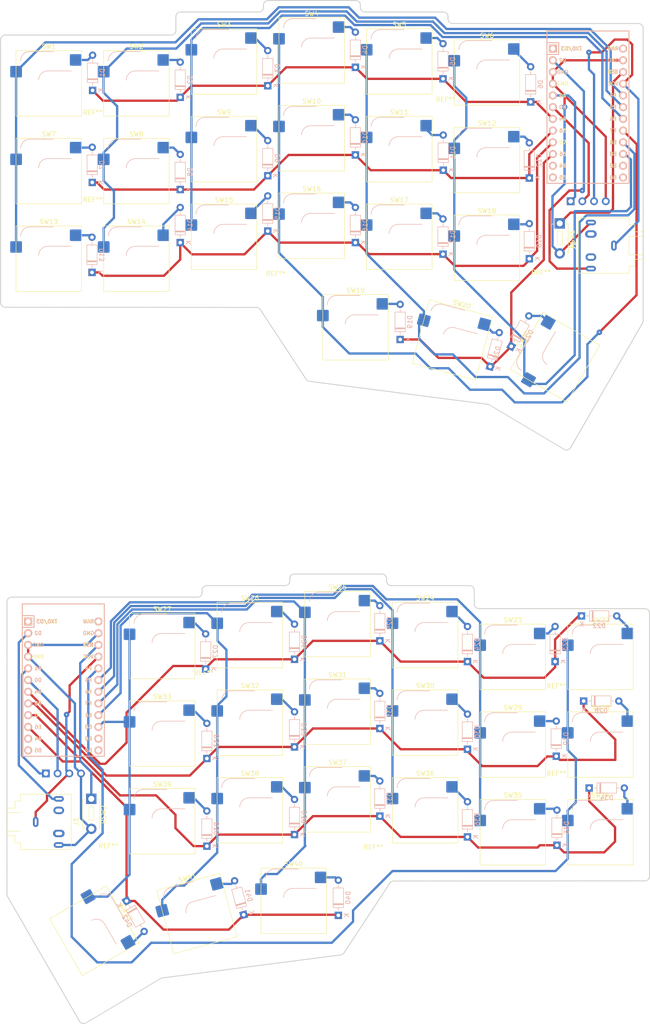
<source format=kicad_pcb>
(kicad_pcb (version 20240108) (generator "pcbnew") (generator_version "8.0")
  (layers (0 "F.Cu" signal) (31 "B.Cu" signal) (34 "B.Paste" user) (35 "F.Paste" user) (36 "B.SilkS" user "B.Silkscreen") (37 "F.SilkS" user "F.Silkscreen") (38 "B.Mask" user) (39 "F.Mask" user) (44 "Edge.Cuts" user))
  (net 0 "")
  (net 1 "VCC")
  (net 2 "SDA")
  (net 3 "GND")
  (net 4 "data")
  (net 5 "reset")
  (net 6 "Net-(D1-A)")
  (net 7 "col0")
  (net 8 "Net-(D2-A)")
  (net 9 "Net-(D3-A)")
  (net 10 "Net-(D4-A)")
  (net 11 "Net-(D5-A)")
  (net 12 "Net-(D6-A)")
  (net 13 "col1")
  (net 14 "Net-(D7-A)")
  (net 15 "Net-(D8-A)")
  (net 16 "Net-(D9-A)")
  (net 17 "Net-(D10-A)")
  (net 18 "Net-(D11-A)")
  (net 19 "Net-(D12-A)")
  (net 20 "col2")
  (net 21 "Net-(D13-A)")
  (net 22 "Net-(D14-A)")
  (net 23 "Net-(D15-A)")
  (net 24 "Net-(D16-A)")
  (net 25 "Net-(D17-A)")
  (net 26 "Net-(D18-A)")
  (net 27 "col3")
  (net 28 "Net-(D19-A)")
  (net 29 "Net-(D20-A)")
  (net 30 "Net-(D21-A)")
  (net 31 "Net-(D22-A)")
  (net 32 "Net-(D23-A)")
  (net 33 "Net-(D24-A)")
  (net 34 "Net-(D25-A)")
  (net 35 "Net-(D26-A)")
  (net 36 "col4")
  (net 37 "Net-(D27-A)")
  (net 38 "Net-(D28-A)")
  (net 39 "Net-(D29-A)")
  (net 40 "Net-(D30-A)")
  (net 41 "Net-(D31-A)")
  (net 42 "Net-(D32-A)")
  (net 43 "Net-(D33-A)")
  (net 44 "Net-(D34-A)")
  (net 45 "Net-(D35-A)")
  (net 46 "col5")
  (net 47 "Net-(D36-A)")
  (net 48 "Net-(D37-A)")
  (net 49 "Net-(D38-A)")
  (net 50 "Net-(D39-A)")
  (net 51 "Net-(D40-A)")
  (net 52 "Net-(D41-A)")
  (net 53 "Net-(D42-A)")
  (net 64 "row0")
  (net 65 "row1")
  (net 66 "row2")
  (net 67 "row3")
  (net 68 "LED")
  (net 69 "row0_r")
  (net 70 "row1_r")
  (net 71 "row2_r")
  (net 72 "row3_r")
  (net 73 "reset_r")
  (net 74 "col0_r")
  (net 75 "col1_r")
  (net 76 "col2_r")
  (net 77 "col3_r")
  (net 78 "col4_r")
  (net 79 "col5_r")
  (net 80 "SDA_r")
  (net 81 "LED_r")
  (net 82 "SCL_r")
  (net 83 "data_r")
  (net 84 "VCC_r")
  (net 85 "GND_r")
  (net 86 "SCL")
  (footprint "ScottoKeebs_Hotswap:Hotswap_MX_1.00u" (layer "F.Cu") (at 77.95 223.825 15)
    (property "Reference" "SW41")
    (property "Value" "SW_PUSH")
  )
  (footprint "ScottoKeebs_Hotswap:Hotswap_MX_1.00u" (layer "F.Cu") (at 108.45 161.075)
    (property "Reference" "SW25")
    (property "Value" "SW_PUSH")
  )
  (footprint "ScottoKeebs_Hotswap:Hotswap_MX_1.00u" (layer "F.Cu") (at 127.45 163.45)
    (property "Reference" "SW24")
    (property "Value" "SW_PUSH")
  )
  (footprint "ScottoKeebs_Hotswap:Hotswap_MX_1.00u" (layer "F.Cu") (at 45.845 43.876)
    (property "Reference" "SW1")
    (property "Value" "SW_PUSH")
  )
  (footprint "ScottoKeebs_Hotswap:Hotswap_MX_1.00u" (layer "F.Cu") (at 102.845 55.751)
    (property "Reference" "SW10")
    (property "Value" "SW_PUSH")
  )
  (footprint "ScottoKeebs_Hotswap:Hotswap_MX_1.00u" (layer "F.Cu") (at 83.845 58.126)
    (property "Reference" "SW9")
    (property "Value" "SW_PUSH")
  )
  (footprint "ScottoKeebs_Hotswap:Hotswap_MX_1.00u" (layer "F.Cu") (at 127.45 201.45)
    (property "Reference" "SW36")
    (property "Value" "SW_PUSH")
  )
  (footprint "MountingHole:MountingHole_2.2mm_M2" (layer "F.Cu") (at 55.372 53.38)
    (property "Reference" "REF**")
    (property "Value" "MountingHole_2.2mm_M2")
  )
  (footprint "MountingHole:MountingHole_2.2mm_M2" (layer "F.Cu") (at 155.915 196.669)
    (property "Reference" "REF**")
    (property "Value" "MountingHole_2.2mm_M2")
  )
  (footprint "ScottoKeebs_Hotswap:Hotswap_MX_1.00u" (layer "F.Cu") (at 64.845 81.876)
    (property "Reference" "SW14")
    (property "Value" "SW_PUSH")
  )
  (footprint "ScottoKeebs_Hotswap:Hotswap_MX_1.00u" (layer "F.Cu") (at 45.845 81.876)
    (property "Reference" "SW13")
    (property "Value" "SW_PUSH")
  )
  (footprint "ScottoKeebs_Hotswap:Hotswap_MX_1.00u" (layer "F.Cu") (at 146.45 168.2)
    (property "Reference" "SW23")
    (property "Value" "SW_PUSH")
  )
  (footprint "ScottoKeebs_Hotswap:Hotswap_MX_1.00u" (layer "F.Cu") (at 45.845 62.876)
    (property "Reference" "SW7")
    (property "Value" "SW_PUSH")
  )
  (footprint "Connector_Audio:Jack_3.5mm_CUI_SJ1-3525N_Horizontal" (layer "F.Cu") (at 168.372 79.03 90)
    (property "Reference" "J1")
    (property "Value" "AudioJack3")
  )
  (footprint "ScottoKeebs_Hotswap:Hotswap_MX_1.00u" (layer "F.Cu") (at 70.443 165.83)
    (property "Reference" "SW27")
    (property "Value" "SW_PUSH")
  )
  (footprint "ScottoKeebs_Hotswap:Hotswap_MX_1.00u" (layer "F.Cu") (at 83.845 39.126)
    (property "Reference" "SW3")
    (property "Value" "SW_PUSH")
  )
  (footprint "ScottoKeebs_Hotswap:Hotswap_MX_1.00u" (layer "F.Cu") (at 108.45 199.075)
    (property "Reference" "SW37")
    (property "Value" "SW_PUSH")
  )
  (footprint "MountingHole:MountingHole_2.2mm_M2" (layer "F.Cu") (at 55.372 72.28)
    (property "Reference" "REF**")
    (property "Value" "MountingHole_2.2mm_M2")
  )
  (footprint "ScottoKeebs_Hotswap:Hotswap_MX_1.00u" (layer "F.Cu") (at 64.845 43.876)
    (property "Reference" "SW2")
    (property "Value" "SW_PUSH")
  )
  (footprint "ScottoKeebs_Hotswap:Hotswap_MX_1.00u" (layer "F.Cu") (at 155.595 103.251 60)
    (property "Reference" "SW21")
    (property "Value" "SW_PUSH")
  )
  (footprint "Button_Switch_THT:SW_PUSH_1P1T_6x3.5mm_H4.3_APEM_MJTP1243" (layer "F.Cu") (at 55.065 198.969 -90)
    (property "Reference" "RSW2")
    (property "Value" "SW_PUSH")
  )
  (footprint "ScottoKeebs_Hotswap:Hotswap_MX_1.00u" (layer "F.Cu") (at 83.845 77.126)
    (property "Reference" "SW15")
    (property "Value" "SW_PUSH")
  )
  (footprint "Button_Switch_THT:SW_PUSH_1P1T_6x3.5mm_H4.3_APEM_MJTP1243" (layer "F.Cu") (at 156.622 74.23 -90)
    (property "Reference" "RSW1")
    (property "Value" "SW_PUSH")
  )
  (footprint "ScottoKeebs_Hotswap:Hotswap_MX_1.00u" (layer "F.Cu") (at 89.45 182.45)
    (property "Reference" "SW32")
    (property "Value" "SW_PUSH")
  )
  (footprint "ScottoKeebs_Hotswap:Hotswap_MX_1.00u" (layer "F.Cu") (at 121.845 77.126)
    (property "Reference" "SW17")
    (property "Value" "SW_PUSH")
  )
  (footprint "ScottoKeebs_Hotswap:Hotswap_MX_1.00u" (layer "F.Cu") (at 165.45 206.2)
    (property "Reference" "SW34")
    (property "Value" "SW_PUSH")
  )
  (footprint "ScottoKeebs_Hotswap:Hotswap_MX_1.00u" (layer "F.Cu") (at 140.845 60.501)
    (property "Reference" "SW12")
    (property "Value" "SW_PUSH")
  )
  (footprint "ScottoKeebs_Hotswap:Hotswap_MX_1.00u" (layer "F.Cu") (at 127.45 182.45)
    (property "Reference" "SW30")
    (property "Value" "SW_PUSH")
  )
  (footprint "MountingHole:MountingHole_2.2mm_M2" (layer "F.Cu") (at 95.072 88.33)
    (property "Reference" "REF**")
    (property "Value" "MountingHole_2.2mm_M2")
  )
  (footprint "MountingHole:MountingHole_2.2mm_M2" (layer "F.Cu") (at 152.572 88.03)
    (property "Reference" "REF**")
    (property "Value" "MountingHole_2.2mm_M2")
  )
  (footprint "ScottoKeebs_Hotswap:Hotswap_MX_1.00u" (layer "F.Cu") (at 89.45 163.45)
    (property "Reference" "SW26")
    (property "Value" "SW_PUSH")
  )
  (footprint "ScottoKeebs_MCU:Arduino_Pro_Micro" (layer "F.Cu") (at 162.742 50.3)
    (property "Reference" "U1" (hide yes))
    (property "Value" "ProMicro" (hide yes))
  )
  (footprint "MountingHole:MountingHole_2.2mm_M2" (layer "F.Cu") (at 131.872 50.58)
    (property "Reference" "REF**")
    (property "Value" "MountingHole_2.2mm_M2")
  )
  (footprint "ScottoKeebs_Hotswap:Hotswap_MX_1.00u" (layer "F.Cu") (at 165.45 187.2)
    (property "Reference" "SW28")
    (property "Value" "SW_PUSH")
  )
  (footprint "ScottoKeebs_Hotswap:Hotswap_MX_1.00u" (layer "F.Cu") (at 70.45 184.825)
    (property "Reference" "SW33")
    (property "Value" "SW_PUSH")
  )
  (footprint "ScottoKeebs_Hotswap:Hotswap_MX_1.00u" (layer "F.Cu") (at 55.7 227.575 -60)
    (property "Reference" "SW42")
    (property "Value" "SW_PUSH")
  )
  (footprint "ScottoKeebs_Hotswap:Hotswap_MX_1.00u" (layer "F.Cu") (at 98.95 221.075)
    (property "Reference" "SW40")
    (property "Value" "SW_PUSH")
  )
  (footprint "ScottoKeebs_MCU:Arduino_Pro_Micro" (layer "F.Cu") (at 48.995 174.489)
    (property "Reference" "U2" (hide yes))
    (property "Value" "ProMicro" (hide yes))
  )
  (footprint "ScottoKeebs_Hotswap:Hotswap_MX_1.00u" (layer "F.Cu") (at 108.45 180.075)
    (property "Reference" "SW31")
    (property "Value" "SW_PUSH")
  )
  (footprint "ScottoKeebs_Hotswap:Hotswap_MX_1.00u" (layer "F.Cu") (at 70.45 203.825)
    (property "Reference" "SW39")
    (property "Value" "SW_PUSH")
  )
  (footprint "Connector_Audio:Jack_3.5mm_CUI_SJ1-3525N_Horizontal" (layer "F.Cu") (at 43.015 203.969 -90)
    (property "Reference" "J3")
    (property "Value" "AudioJack3")
  )
  (footprint "ScottoKeebs_Hotswap:Hotswap_MX_1.00u" (layer "F.Cu") (at 112.345 96.751)
    (property "Reference" "SW19")
    (property "Value" "SW_PUSH")
  )
  (footprint "ScottoKeebs_Hotswap:Hotswap_MX_1.00u" (layer "F.Cu") (at 140.845 79.501)
    (property "Reference" "SW18")
    (property "Value" "SW_PUSH")
  )
  (footprint "ScottoKeebs_Hotswap:Hotswap_MX_1.00u" (layer "F.Cu") (at 102.845 36.751)
    (property "Reference" "SW4")
    (property "Value" "SW_PUSH")
  )
  (footprint "ScottoKeebs_Hotswap:Hotswap_MX_1.00u" (layer "F.Cu") (at 165.45 168.2)
    (property "Reference" "SW22")
    (property "Value" "SW_PUSH")
  )
  (footprint "ScottoKeebs_Hotswap:Hotswap_MX_1.00u" (layer "F.Cu") (at 146.45 206.2)
    (property "Reference" "SW35")
    (property "Value" "SW_PUSH")
  )
  (footprint "MountingHole:MountingHole_2.2mm_M2" (layer "F.Cu") (at 116.215 212.669)
    (property "Reference" "REF**")
    (property "Value" "MountingHole_2.2mm_M2")
  )
  (footprint "ScottoKeebs_Hotswap:Hotswap_MX_1.00u" (layer "F.Cu") (at 89.45 201.45)
    (property "Reference" "SW38")
    (property "Value" "SW_PUSH")
  )
  (footprint "ScottoKeebs_Hotswap:Hotswap_MX_1.00u" (layer "F.Cu") (at 146.45 187.2)
    (property "Reference" "SW29")
    (property "Value" "SW_PUSH")
  )
  (footprint "ScottoKeebs_Hotswap:Hotswap_MX_1.00u" (layer "F.Cu") (at 121.845 58.126)
    (property "Reference" "SW11")
    (property "Value" "SW_PUSH")
  )
  (footprint "ScottoKeebs_Hotswap:Hotswap_MX_1.00u" (layer "F.Cu") (at 102.845 74.751)
    (property "Reference" "SW16")
    (property "Value" "SW_PUSH")
  )
  (footprint "ScottoKeebs_Hotswap:Hotswap_MX_1.00u" (layer "F.Cu") (at 64.845 62.876)
    (property "Reference" "SW8")
    (property "Value" "SW_PUSH")
  )
  (footprint "MountingHole:MountingHole_2.2mm_M2" (layer "F.Cu") (at 58.765 212.369)
    (property "Reference" "REF**")
    (property "Value" "MountingHole_2.2mm_M2")
  )
  (footprint "MountingHole:MountingHole_2.2mm_M2" (layer "F.Cu") (at 155.915 177.719)
    (property "Reference" "REF**")
    (property "Value" "MountingHole_2.2mm_M2")
  )
  (footprint "MountingHole:MountingHole_2.2mm_M2" (layer "F.Cu") (at 79.465 174.869)
    (property "Reference" "REF**")
    (property "Value" "MountingHole_2.2mm_M2")
  )
  (footprint "ScottoKeebs_Hotswap:Hotswap_MX_1.00u" (layer "F.Cu") (at 121.845 39.126)
    (property "Reference" "SW5")
    (property "Value" "SW_PUSH")
  )
  (footprint "ScottoKeebs_Hotswap:Hotswap_MX_1.00u" (layer "F.Cu") (at 140.845 41.501)
    (property "Reference" "SW6")
    (property "Value" "SW_PUSH")
  )
  (footprint "ScottoKeebs_Hotswap:Hotswap_MX_1.00u" (layer "F.Cu") (at 133.345 99.501 -15)
    (property "Reference" "SW20")
    (property "Value" "SW_PUSH")
  )
  (footprint "Diode_THT:D_DO-35_SOD27_P7.62mm_Horizontal" (layer "B.Cu") (at 117.62 164.719 90)
    (property "Reference" "D25")
    (property "Value" "D")
  )
  (footprint "Diode_THT:D_DO-35_SOD27_P7.62mm_Horizontal" (layer "B.Cu") (at 146.117 100.879557 60)
    (property "Reference" "D21")
    (property "Value" "D")
  )
  (footprint "Diode_THT:D_DO-35_SOD27_P7.62mm_Horizontal" (layer "B.Cu") (at 93.318 44.39 90)
    (property "Reference" "D3")
    (property "Value" "D")
  )
  (footprint "Diode_THT:D_DO-35_SOD27_P7.62mm_Horizontal" (layer "B.Cu") (at 150.318 47.89 90)
    (property "Reference" "D6")
    (property "Value" "D")
  )
  (footprint "Diode_THT:D_DO-35_SOD27_P7.62mm_Horizontal" (layer "B.Cu") (at 155.865 189.729 90)
    (property "Reference" "D29")
    (property "Value" "D")
  )
  (footprint "Diode_THT:D_DO-35_SOD27_P7.62mm_Horizontal" (layer "B.Cu") (at 155.62 169.219 90)
    (property "Reference" "D23")
    (property "Value" "D")
  )
  (footprint "Diode_THT:D_DO-35_SOD27_P7.62mm_Horizontal" (layer "B.Cu") (at 122.022 99.39 90)
    (property "Reference" "D19")
    (property "Value" "D")
  )
  (footprint "Diode_THT:D_DO-35_SOD27_P7.62mm_Horizontal" (layer "B.Cu") (at 131.318 80.89 90)
    (property "Reference" "D17")
    (property "Value" "D")
  )
  (footprint "Diode_THT:D_DO-35_SOD27_P7.62mm_Horizontal" (layer "B.Cu") (at 117.62 183.719 90)
    (property "Reference" "D31")
    (property "Value" "D")
  )
  (footprint "Diode_THT:D_DO-35_SOD27_P7.62mm_Horizontal" (layer "B.Cu") (at 74.345 66.89 90)
    (property "Reference" "D8")
    (property "Value" "D")
  )
  (footprint "Diode_THT:D_DO-35_SOD27_P7.62mm_Horizontal" (layer "B.Cu") (at 80.12 190.219 90)
    (property "Reference" "D33")
    (property "Value" "D")
  )
  (footprint "Diode_THT:D_DO-35_SOD27_P7.62mm_Horizontal" (layer "B.Cu") (at 136.62 188.219 90)
    (property "Reference" "D30")
    (property "Value" "D")
  )
  (footprint "Diode_THT:D_DO-35_SOD27_P7.62mm_Horizontal" (layer "B.Cu") (at 150.022 81.89 90)
    (property "Reference" "D18")
    (property "Value" "D")
  )
  (footprint "Diode_THT:D_DO-35_SOD27_P7.62mm_Horizontal" (layer "B.Cu") (at 55.272 65.34 90)
    (property "Reference" "D7")
    (property "Value" "D")
  )
  (footprint "Diode_THT:D_DO-35_SOD27_P7.62mm_Horizontal" (layer "B.Cu") (at 88.1061 224.089177 105)
    (property "Reference" "D41")
    (property "Value" "D")
  )
  (footprint "Diode_THT:D_DO-35_SOD27_P7.62mm_Horizontal" (layer "B.Cu") (at 55.222 84.85 90)
    (property "Reference" "D13")
    (property "Value" "D")
  )
  (footprint "Diode_THT:D_DO-35_SOD27_P7.62mm_Horizontal" (layer "B.Cu") (at 93.318 63.89 90)
    (property "Reference" "D9")
    (property "Value" "D")
  )
  (footprint "Diode_THT:D_DO-35_SOD27_P7.62mm_Horizontal" (layer "B.Cu") (at 136.62 169.219 90)
    (property "Reference" "D24")
    (property "Value" "D")
  )
  (footprint "Diode_THT:D_DO-35_SOD27_P7.62mm_Horizontal" (layer "B.Cu") (at 131.372 62.7 90)
    (property "Reference" "D11")
    (property "Value" "D")
  )
  (footprint "Diode_THT:D_DO-35_SOD27_P7.62mm_Horizontal" (layer "B.Cu") (at 156.015 209.029 90)
    (property "Reference" "D35")
    (property "Value" "D")
  )
  (footprint "Diode_THT:D_DO-35_SOD27_P7.62mm_Horizontal" (layer "B.Cu") (at 74.345 46.89 90)
    (property "Reference" "D2")
    (property "Value" "D")
  )
  (footprint "Diode_THT:D_DO-35_SOD27_P7.62mm_Horizontal" (layer "B.Cu") (at 55.345 45.39 90)
    (property "Reference" "D1")
    (property "Value" "D")
  )
  (footprint "Diode_THT:D_DO-35_SOD27_P7.62mm_Horizontal" (layer "B.Cu") (at 99.12 187.719 90)
    (property "Reference" "D32")
    (property "Value" "D")
  )
  (footprint "Diode_THT:D_DO-35_SOD27_P7.62mm_Horizontal" (layer "B.Cu") (at 99.12 168.719 90)
    (property "Reference" "D26")
    (property "Value" "D")
  )
  (footprint "Diode_THT:D_DO-35_SOD27_P7.62mm_Horizontal" (layer "B.Cu") (at 112.318 59.39 90)
    (property "Reference" "D10")
    (property "Value" "D")
  )
  (footprint "Diode_THT:D_DO-35_SOD27_P7.62mm_Horizontal" (layer "B.Cu") (at 112.318 40.39 90)
    (property "Reference" "D4")
    (property "Value" "D")
  )
  (footprint "ScottoKeebs_Components:OLED_128x32" (layer "B.Cu") (at 168.782 71.03 90)
    (property "Reference" "J2" (hide yes))
    (property "Value" "OLED")
  )
  (footprint "Diode_THT:D_DO-35_SOD27_P7.62mm_Horizontal" (layer "B.Cu") (at 161.805 177.769)
    (property "Reference" "D28")
    (property "Value" "D")
  )
  (footprint "Diode_THT:D_DO-35_SOD27_P7.62mm_Horizontal" (layer "B.Cu") (at 112.318 78.39 90)
    (property "Reference" "D16")
    (property "Value" "D")
  )
  (footprint "Diode_THT:D_DO-35_SOD27_P7.62mm_Horizontal" (layer "B.Cu") (at 150.022 64.39 90)
    (property "Reference" "D12")
    (property "Value" "D")
  )
  (footprint "Diode_THT:D_DO-35_SOD27_P7.62mm_Horizontal" (layer "B.Cu") (at 131.318 42.89 90)
    (property "Reference" "D5")
    (property "Value" "D")
  )
  (footprint "Diode_THT:D_DO-35_SOD27_P7.62mm_Horizontal" (layer "B.Cu") (at 99.12 206.719 90)
    (property "Reference" "D38")
    (property "Value" "D")
  )
  (footprint "Diode_THT:D_DO-35_SOD27_P7.62mm_Horizontal" (layer "B.Cu") (at 141.5359 105.260178 75)
    (property "Reference" "D20")
    (property "Value" "D")
  )
  (footprint "Diode_THT:D_DO-35_SOD27_P7.62mm_Horizontal" (layer "B.Cu") (at 117.62 202.719 90)
    (property "Reference" "D37")
    (property "Value" "D")
  )
  (footprint "Diode_THT:D_DO-35_SOD27_P7.62mm_Horizontal" (layer "B.Cu") (at 136.62 207.219 90)
    (property "Reference" "D36")
    (property "Value" "D")
  )
  (footprint "Diode_THT:D_DO-35_SOD27_P7.62mm_Horizontal" (layer "B.Cu") (at 163.005 196.619)
    (property "Reference" "D34")
    (property "Value" "D")
  )
  (footprint "Diode_THT:D_DO-35_SOD27_P7.62mm_Horizontal" (layer "B.Cu") (at 108.62 224.219 90)
    (property "Reference" "D40")
    (property "Value" "D")
  )
  (footprint "Diode_THT:D_DO-35_SOD27_P7.62mm_Horizontal" (layer "B.Cu") (at 93.318 75.89 90)
    (property "Reference" "D15")
    (property "Value" "D")
  )
  (footprint "ScottoKeebs_Components:OLED_128x32" (layer "B.Cu") (at 55.015 195.069 90)
    (property "Reference" "J4" (hide yes))
    (property "Value" "OLED")
  )
  (footprint "Diode_THT:D_DO-35_SOD27_P7.62mm_Horizontal" (layer "B.Cu") (at 62.715 221.109444 -60)
    (property "Reference" "D42")
    (property "Value" "D")
  )
  (footprint "Diode_THT:D_DO-35_SOD27_P7.62mm_Horizontal" (layer "B.Cu") (at 80.12 209.219 90)
    (property "Reference" "D39")
    (property "Value" "D")
  )
  (footprint "Diode_THT:D_DO-35_SOD27_P7.62mm_Horizontal" (layer "B.Cu") (at 79.865 170.829 90)
    (property "Reference" "D27")
    (property "Value" "D")
  )
  (footprint "Diode_THT:D_DO-35_SOD27_P7.62mm_Horizontal" (layer "B.Cu") (at 74.345 78.39 90)
    (property "Reference" "D14")
    (property "Value" "D")
  )
  (footprint "Diode_THT:D_DO-35_SOD27_P7.62mm_Horizontal" (layer "B.Cu") (at 161.355 159.319)
    (property "Reference" "D22")
    (property "Value" "D")
  )
  (gr_line (start 174.700148 31.91005) (end 174.715879 95.311552) (stroke (width 0.2)) (layer "Edge.Cuts"))
  (gr_line (start 140.999466 113.441672) (end 102.355038 108.458688) (stroke (width 0.2)) (layer "Edge.Cuts"))
  (gr_arc (start 92.399898 27.4) (mid 92.107005 28.107107) (end 91.399898 28.4) (stroke (width 0.2)) (layer "Edge.Cuts"))
  (gr_line (start 90.861212 92.439615) (end 36.399184 92.400714) (stroke (width 0.2)) (layer "Edge.Cuts"))
  (gr_line (start 139.092891 157.742893) (end 175.092891 157.742893) (stroke (width 0.2)) (layer "Edge.Cuts"))
  (gr_arc (start 102.355038 108.458688) (mid 101.950977 108.313624) (end 101.644969 108.012506) (stroke (width 0.2)) (layer "Edge.Cuts"))
  (gr_line (start 120.092891 152.742893) (end 137.092891 152.742893) (stroke (width 0.2)) (layer "Edge.Cuts"))
  (gr_line (start 138.092891 153.742893) (end 138.092891 156.742893) (stroke (width 0.2)) (layer "Edge.Cuts"))
  (gr_line (start 176.092891 158.742893) (end 176.092891 215.738695) (stroke (width 0.2)) (layer "Edge.Cuts"))
  (gr_arc (start 53.89739 247.550994) (mid 53.133817 247.658861) (end 52.520535 247.191353) (stroke (width 0.2)) (layer "Edge.Cuts"))
  (gr_arc (start 131.399898 28.4) (mid 132.107005 28.692893) (end 132.399898 29.4) (stroke (width 0.2)) (layer "Edge.Cuts"))
  (gr_line (start 70.115533 237.913587) (end 53.89739 247.550994) (stroke (width 0.2)) (layer "Edge.Cuts"))
  (gr_arc (start 114.399898 28.4) (mid 113.692791 28.107107) (end 113.399898 27.4) (stroke (width 0.2)) (layer "Edge.Cuts"))
  (gr_arc (start 36.792641 156.252943) (mid 37.082035 155.539374) (end 37.792691 155.242893) (stroke (width 0.2)) (layer "Edge.Cuts"))
  (gr_arc (start 118.092891 150.242893) (mid 118.799998 150.535786) (end 119.092891 151.242893) (stroke (width 0.2)) (layer "Edge.Cuts"))
  (gr_arc (start 119.799141 217.229391) (mid 120.159254 216.90144) (end 120.631577 216.782508) (stroke (width 0.2)) (layer "Edge.Cuts"))
  (gr_arc (start 109.84782 232.355399) (mid 109.541814 232.656515) (end 109.137751 232.801581) (stroke (width 0.2)) (layer "Edge.Cuts"))
  (gr_arc (start 36.399184 92.400714) (mid 35.6908 92.10583) (end 35.399898 91.395802) (stroke (width 0.2)) (layer "Edge.Cuts"))
  (gr_line (start 92.399898 27.4) (end 92.399898 26.9) (stroke (width 0.2)) (layer "Edge.Cuts"))
  (gr_arc (start 137.092891 152.742893) (mid 137.799998 153.035786) (end 138.092891 153.742893) (stroke (width 0.2)) (layer "Edge.Cuts"))
  (gr_arc (start 73.399898 32.4) (mid 73.107005 33.107107) (end 72.399898 33.4) (stroke (width 0.2)) (layer "Edge.Cuts"))
  (gr_line (start 133.399898 30.9) (end 173.700098 30.9) (stroke (width 0.2)) (layer "Edge.Cuts"))
  (gr_line (start 36.399898 33.4) (end 72.399898 33.4) (stroke (width 0.2)) (layer "Edge.Cuts"))
  (gr_line (start 37.792691 155.242893) (end 78.092891 155.242893) (stroke (width 0.2)) (layer "Edge.Cuts"))
  (gr_arc (start 92.399898 26.9) (mid 92.692791 26.192893) (end 93.399898 25.9) (stroke (width 0.2)) (layer "Edge.Cuts"))
  (gr_line (start 157.595399 123.208101) (end 141.377256 113.570694) (stroke (width 0.2)) (layer "Edge.Cuts"))
  (gr_arc (start 79.092891 153.742893) (mid 79.385784 153.035786) (end 80.092891 152.742893) (stroke (width 0.2)) (layer "Edge.Cuts"))
  (gr_arc (start 70.115533 237.913587) (mid 70.297926 237.830038) (end 70.493323 237.784565) (stroke (width 0.2)) (layer "Edge.Cuts"))
  (gr_arc (start 36.910884 220.154645) (mid 36.810968 219.913366) (end 36.77691 219.654445) (stroke (width 0.2)) (layer "Edge.Cuts"))
  (gr_arc (start 112.399898 25.9) (mid 113.107005 26.192893) (end 113.399898 26.9) (stroke (width 0.2)) (layer "Edge.Cuts"))
  (gr_line (start 73.399898 32.4) (end 73.399898 29.4) (stroke (width 0.2)) (layer "Edge.Cuts"))
  (gr_line (start 101.644969 108.012506) (end 91.693648 92.886498) (stroke (width 0.2)) (layer "Edge.Cuts"))
  (gr_line (start 74.399898 28.4) (end 91.399898 28.4) (stroke (width 0.2)) (layer "Edge.Cuts"))
  (gr_arc (start 79.092891 154.242893) (mid 78.799998 154.95) (end 78.092891 155.242893) (stroke (width 0.2)) (layer "Edge.Cuts"))
  (gr_line (start 109.137751 232.801581) (end 70.493323 237.784565) (stroke (width 0.2)) (layer "Edge.Cuts"))
  (gr_line (start 175.093605 216.743607) (end 120.631577 216.782508) (stroke (width 0.2)) (layer "Edge.Cuts"))
  (gr_arc (start 35.399898 34.4) (mid 35.692791 33.692893) (end 36.399898 33.4) (stroke (width 0.2)) (layer "Edge.Cuts"))
  (gr_line (start 174.581905 95.811752) (end 158.972254 122.84846) (stroke (width 0.2)) (layer "Edge.Cuts"))
  (gr_line (start 119.799141 217.229391) (end 109.84782 232.355399) (stroke (width 0.2)) (layer "Edge.Cuts"))
  (gr_arc (start 140.999466 113.441672) (mid 141.194864 113.487145) (end 141.377256 113.570694) (stroke (width 0.2)) (layer "Edge.Cuts"))
  (gr_line (start 132.399898 29.4) (end 132.399898 29.9) (stroke (width 0.2)) (layer "Edge.Cuts"))
  (gr_arc (start 173.700098 30.9) (mid 174.410755 31.196478) (end 174.700148 31.91005) (stroke (width 0.2)) (layer "Edge.Cuts"))
  (gr_arc (start 90.861212 92.439615) (mid 91.33354 92.55855) (end 91.693648 92.886498) (stroke (width 0.2)) (layer "Edge.Cuts"))
  (gr_line (start 36.77691 219.654445) (end 36.792641 156.252943) (stroke (width 0.2)) (layer "Edge.Cuts"))
  (gr_line (start 119.092891 151.242893) (end 119.092891 151.742893) (stroke (width 0.2)) (layer "Edge.Cuts"))
  (gr_line (start 80.092891 152.742893) (end 97.092891 152.742893) (stroke (width 0.2)) (layer "Edge.Cuts"))
  (gr_line (start 114.399898 28.4) (end 131.399898 28.4) (stroke (width 0.2)) (layer "Edge.Cuts"))
  (gr_line (start 52.520535 247.191353) (end 36.910884 220.154645) (stroke (width 0.2)) (layer "Edge.Cuts"))
  (gr_arc (start 133.399898 30.9) (mid 132.692791 30.607107) (end 132.399898 29.9) (stroke (width 0.2)) (layer "Edge.Cuts"))
  (gr_arc (start 98.092891 151.742893) (mid 97.799998 152.45) (end 97.092891 152.742893) (stroke (width 0.2)) (layer "Edge.Cuts"))
  (gr_line (start 98.092891 151.742893) (end 98.092891 151.242893) (stroke (width 0.2)) (layer "Edge.Cuts"))
  (gr_arc (start 174.715879 95.311552) (mid 174.681833 95.570474) (end 174.581905 95.811752) (stroke (width 0.2)) (layer "Edge.Cuts"))
  (gr_arc (start 139.092891 157.742893) (mid 138.385784 157.45) (end 138.092891 156.742893) (stroke (width 0.2)) (layer "Edge.Cuts"))
  (gr_line (start 113.399898 26.9) (end 113.399898 27.4) (stroke (width 0.2)) (layer "Edge.Cuts"))
  (gr_arc (start 176.092891 215.738695) (mid 175.801989 216.448724) (end 175.093605 216.743607) (stroke (width 0.2)) (layer "Edge.Cuts"))
  (gr_line (start 99.092891 150.242893) (end 118.092891 150.242893) (stroke (width 0.2)) (layer "Edge.Cuts"))
  (gr_arc (start 175.092891 157.742893) (mid 175.799998 158.035786) (end 176.092891 158.742893) (stroke (width 0.2)) (layer "Edge.Cuts"))
  (gr_arc (start 120.092891 152.742893) (mid 119.385784 152.45) (end 119.092891 151.742893) (stroke (width 0.2)) (layer "Edge.Cuts"))
  (gr_arc (start 158.972254 122.84846) (mid 158.358981 123.315966) (end 157.595399 123.208101) (stroke (width 0.2)) (layer "Edge.Cuts"))
  (gr_line (start 35.399898 91.395802) (end 35.399898 34.4) (stroke (width 0.2)) (layer "Edge.Cuts"))
  (gr_arc (start 98.092891 151.242893) (mid 98.385784 150.535786) (end 99.092891 150.242893) (stroke (width 0.2)) (layer "Edge.Cuts"))
  (gr_line (start 93.399898 25.9) (end 112.399898 25.9) (stroke (width 0.2)) (layer "Edge.Cuts"))
  (gr_line (start 79.092891 154.242893) (end 79.092891 153.742893) (stroke (width 0.2)) (layer "Edge.Cuts"))
  (gr_arc (start 73.399898 29.4) (mid 73.692791 28.692893) (end 74.399898 28.4) (stroke (width 0.2)) (layer "Edge.Cuts"))
  (segment (start 162.95 37.15) (end 165.752 37.15) (width 0.5) (layer "F.Cu") (net 1))
  (segment (start 168.522 34.38) (end 171.272 34.38) (width 0.5) (layer "F.Cu") (net 1))
  (segment (start 172.322 35.43) (end 172.322 41.99) (width 0.5) (layer "F.Cu") (net 1))
  (segment (start 172.322 41.99) (end 170.362 43.95) (width 0.5) (layer "F.Cu") (net 1))
  (segment (start 165.752 37.15) (end 168.522 34.38) (width 0.5) (layer "F.Cu") (net 1))
  (segment (start 171.272 34.38) (end 172.322 35.43) (width 0.5) (layer "F.Cu") (net 1))
  (via (at 162.95 37.15) (size 1.2) (drill 0.3) (layers "F.Cu" "B.Cu") (net 1))
  (segment (start 162.95 37.15) (end 162.95 40.85) (width 0.5) (layer "B.Cu") (net 1))
  (segment (start 173.672 47.26) (end 170.362 43.95) (width 0.5) (layer "B.Cu") (net 1))
  (segment (start 168.372 79.03) (end 173.672 73.73) (width 0.5) (layer "B.Cu") (net 1))
  (segment (start 164.062 41.962) (end 164.062 69.43) (width 0.5) (layer "B.Cu") (net 1))
  (segment (start 173.672 73.73) (end 173.672 47.26) (width 0.5) (layer "B.Cu") (net 1))
  (segment (start 162.95 40.85) (end 164.062 41.962) (width 0.5) (layer "B.Cu") (net 1))
  (segment (start 159.95 47.95) (end 158.49 46.49) (width 0.5) (layer "B.Cu") (net 2))
  (segment (start 158.982 69.43) (end 159.95 68.462) (width 0.5) (layer "B.Cu") (net 2))
  (segment (start 159.95 68.462) (end 159.95 47.95) (width 0.5) (layer "B.Cu") (net 2))
  (segment (start 158.49 46.49) (end 155.122 46.49) (width 0.5) (layer "B.Cu") (net 2))
  (segment (start 166.602 69.43) (end 166.602 55.43) (width 0.5) (layer "F.Cu") (net 3))
  (segment (start 157.672 49) (end 157.672 46.5) (width 0.5) (layer "F.Cu") (net 3))
  (segment (start 170.362 38.87) (end 157.662 38.87) (width 0.5) (layer "F.Cu") (net 3))
  (segment (start 166.602 55.43) (end 157.212 46.04) (width 0.5) (layer "F.Cu") (net 3))
  (segment (start 163.322 74.03) (end 163.372 74.03) (width 0.5) (layer "F.Cu") (net 3))
  (segment (start 157.662 38.87) (end 155.122 41.41) (width 0.5) (layer "F.Cu") (net 3))
  (segment (start 155.122 41.41) (end 155.122 43.95) (width 0.5) (layer "F.Cu") (net 3))
  (segment (start 157.672 46.5) (end 157.212 46.04) (width 0.5) (layer "F.Cu") (net 3))
  (segment (start 157.212 46.04) (end 155.122 43.95) (width 0.5) (layer "F.Cu") (net 3))
  (segment (start 156.622 80.73) (end 163.322 74.03) (width 0.5) (layer "F.Cu") (net 3))
  (via (at 157.672 49) (size 1.2) (drill 0.3) (layers "F.Cu" "B.Cu") (net 3))
  (segment (start 155.047 79.155) (end 156.622 80.73) (width 0.5) (layer "B.Cu") (net 3))
  (segment (start 157.672 65.678) (end 155.047 68.303) (width 0.5) (layer "B.Cu") (net 3))
  (segment (start 157.672 49) (end 157.672 65.678) (width 0.5) (layer "B.Cu") (net 3))
  (segment (start 155.047 68.303) (end 155.047 79.155) (width 0.5) (layer "B.Cu") (net 3))
  (segment (start 161.5 67.1) (end 158.712 67.1) (width 0.5) (layer "F.Cu") (net 4))
  (segment (start 156.022 84.03) (end 154.422 82.43) (width 0.5) (layer "F.Cu") (net 4))
  (segment (start 154.422 71.39) (end 157.477 68.335) (width 0.5) (layer "F.Cu") (net 4))
  (segment (start 154.422 82.43) (end 154.422 71.39) (width 0.5) (layer "F.Cu") (net 4))
  (segment (start 163.372 84.03) (end 156.022 84.03) (width 0.5) (layer "F.Cu") (net 4))
  (segment (start 158.712 67.1) (end 157.222 68.59) (width 0.5) (layer "F.Cu") (net 4))
  (via (at 161.5 67.1) (size 1.2) (drill 0.3) (layers "F.Cu" "B.Cu") (net 4))
  (segment (start 161.85 45.598) (end 155.122 38.87) (width 0.5) (layer "B.Cu") (net 4))
  (segment (start 161.5 67.1) (end 161.85 66.75) (width 0.5) (layer "B.Cu") (net 4))
  (segment (start 161.85 66.75) (end 161.85 45.598) (width 0.5) (layer "B.Cu") (net 4))
  (segment (start 156.622 74.23) (end 158.972 71.88) (width 0.5) (layer "F.Cu") (net 5))
  (segment (start 168.172 71.08) (end 168.172 43.6) (width 0.5) (layer "F.Cu") (net 5))
  (segment (start 168.172 43.6) (end 170.362 41.41) (width 0.5) (layer "F.Cu") (net 5))
  (segment (start 158.972 71.88) (end 167.372 71.88) (width 0.5) (layer "F.Cu") (net 5))
  (segment (start 167.372 71.88) (end 168.172 71.08) (width 0.5) (layer "F.Cu") (net 5))
  (segment (start 54.319 38.796) (end 55.345 37.77) (width 0.5) (layer "B.Cu") (net 6))
  (segment (start 51.687 38.796) (end 54.319 38.796) (width 0.5) (layer "B.Cu") (net 6))
  (segment (start 129.622 29.63) (end 132.072 32.08) (width 0.5) (layer "B.Cu") (net 7))
  (segment (start 95.722 27.38) (end 110.872 27.38) (width 0.5) (layer "B.Cu") (net 7))
  (segment (start 163.172 32.08) (end 167.672 36.58) (width 0.5) (layer "B.Cu") (net 7))
  (segment (start 38.76 41.336) (end 45.116 34.98) (width 0.5) (layer "B.Cu") (net 7))
  (segment (start 78.322 29.98) (end 93.122 29.98) (width 0.5) (layer "B.Cu") (net 7))
  (segment (start 73.322 34.98) (end 78.322 29.98) (width 0.5) (layer "B.Cu") (net 7))
  (segment (start 167.672 36.58) (end 167.672 43.8) (width 0.5) (layer "B.Cu") (net 7))
  (segment (start 132.072 32.08) (end 163.172 32.08) (width 0.5) (layer "B.Cu") (net 7))
  (segment (start 167.672 43.8) (end 170.362 46.49) (width 0.5) (layer "B.Cu") (net 7))
  (segment (start 45.116 34.98) (end 73.322 34.98) (width 0.5) (layer "B.Cu") (net 7))
  (segment (start 93.122 29.98) (end 95.722 27.38) (width 0.5) (layer "B.Cu") (net 7))
  (segment (start 113.122 29.63) (end 129.622 29.63) (width 0.5) (layer "B.Cu") (net 7))
  (segment (start 110.872 27.38) (end 113.122 29.63) (width 0.5) (layer "B.Cu") (net 7))
  (segment (start 38.76 60.336) (end 38.76 79.336) (width 0.5) (layer "B.Cu") (net 7))
  (segment (start 38.76 41.336) (end 38.76 60.336) (width 0.5) (layer "B.Cu") (net 7))
  (segment (start 70.687 38.796) (end 73.871 38.796) (width 0.5) (layer "B.Cu") (net 8))
  (segment (start 73.871 38.796) (end 74.345 39.27) (width 0.5) (layer "B.Cu") (net 8))
  (segment (start 89.687 34.046) (end 90.594 34.046) (width 0.5) (layer "B.Cu") (net 9))
  (segment (start 90.594 34.046) (end 93.318 36.77) (width 0.5) (layer "B.Cu") (net 9))
  (segment (start 108.687 31.671) (end 111.219 31.671) (width 0.5) (layer "B.Cu") (net 10))
  (segment (start 111.219 31.671) (end 112.318 32.77) (width 0.5) (layer "B.Cu") (net 10))
  (segment (start 130.094 34.046) (end 131.318 35.27) (width 0.5) (layer "B.Cu") (net 11))
  (segment (start 127.687 34.046) (end 130.094 34.046) (width 0.5) (layer "B.Cu") (net 11))
  (segment (start 146.687 36.639) (end 150.318 40.27) (width 0.5) (layer "B.Cu") (net 12))
  (segment (start 146.687 36.421) (end 146.687 36.639) (width 0.5) (layer "B.Cu") (net 12))
  (segment (start 166.772 36.93) (end 166.772 45.44) (width 0.5) (layer "B.Cu") (net 13))
  (segment (start 59.972 73.03) (end 59.972 67.23) (width 0.5) (layer "B.Cu") (net 13))
  (segment (start 57.76 41.242) (end 57.972 41.03) (width 0.5) (layer "B.Cu") (net 13))
  (segment (start 57.76 41.336) (end 57.722 41.374) (width 0.5) (layer "B.Cu") (net 13))
  (segment (start 110.422 28.28) (end 112.622 30.48) (width 0.5) (layer "B.Cu") (net 13))
  (segment (start 57.76 65.018) (end 57.76 60.336) (width 0.5) (layer "B.Cu") (net 13))
  (segment (start 131.622 32.98) (end 162.822 32.98) (width 0.5) (layer "B.Cu") (net 13))
  (segment (start 166.772 45.44) (end 170.362 49.03) (width 0.5) (layer "B.Cu") (net 13))
  (segment (start 57.76 79.336) (end 57.76 75.242) (width 0.5) (layer "B.Cu") (net 13))
  (segment (start 62.766 36.33) (end 73.472 36.33) (width 0.5) (layer "B.Cu") (net 13))
  (segment (start 60.672 48.83) (end 60.672 55.93) (width 0.5) (layer "B.Cu") (net 13))
  (segment (start 57.76 58.842) (end 57.76 60.336) (width 0.5) (layer "B.Cu") (net 13))
  (segment (start 162.822 32.98) (end 166.772 36.93) (width 0.5) (layer "B.Cu") (net 13))
  (segment (start 93.422 30.88) (end 96.022 28.28) (width 0.5) (layer "B.Cu") (net 13))
  (segment (start 57.76 41.336) (end 62.766 36.33) (width 0.5) (layer "B.Cu") (net 13))
  (segment (start 112.622 30.48) (end 129.122 30.48) (width 0.5) (layer "B.Cu") (net 13))
  (segment (start 57.76 75.242) (end 59.972 73.03) (width 0.5) (layer "B.Cu") (net 13))
  (segment (start 78.922 30.88) (end 93.422 30.88) (width 0.5) (layer "B.Cu") (net 13))
  (segment (start 57.722 41.374) (end 57.722 45.88) (width 0.5) (layer "B.Cu") (net 13))
  (segment (start 73.472 36.33) (end 78.922 30.88) (width 0.5) (layer "B.Cu") (net 13))
  (segment (start 59.972 67.23) (end 57.76 65.018) (width 0.5) (layer "B.Cu") (net 13))
  (segment (start 57.76 41.336) (end 57.76 41.242) (width 0.5) (layer "B.Cu") (net 13))
  (segment (start 60.672 55.93) (end 57.76 58.842) (width 0.5) (layer "B.Cu") (net 13))
  (segment (start 96.022 28.28) (end 110.422 28.28) (width 0.5) (layer "B.Cu") (net 13))
  (segment (start 57.722 45.88) (end 60.672 48.83) (width 0.5) (layer "B.Cu") (net 13))
  (segment (start 129.122 30.48) (end 131.622 32.98) (width 0.5) (layer "B.Cu") (net 13))
  (segment (start 54.806 57.796) (end 55.372 57.23) (width 0.5) (layer "B.Cu") (net 14))
  (segment (start 51.687 57.796) (end 54.806 57.796) (width 0.5) (layer "B.Cu") (net 14))
  (segment (start 70.687 57.796) (end 72.871 57.796) (width 0.5) (layer "B.Cu") (net 15))
  (segment (start 72.871 57.796) (end 74.345 59.27) (width 0.5) (layer "B.Cu") (net 15))
  (segment (start 90.094 53.046) (end 93.318 56.27) (width 0.5) (layer "B.Cu") (net 16))
  (segment (start 89.687 53.046) (end 90.094 53.046) (width 0.5) (layer "B.Cu") (net 16))
  (segment (start 108.687 50.671) (end 111.219 50.671) (width 0.5) (layer "B.Cu") (net 17))
  (segment (start 111.219 50.671) (end 112.318 51.77) (width 0.5) (layer "B.Cu") (net 17))
  (segment (start 127.687 53.845) (end 128.972 55.13) (width 0.5) (layer "B.Cu") (net 18))
  (segment (start 128.972 55.13) (end 129.022 55.08) (width 0.5) (layer "B.Cu") (net 18))
  (segment (start 129.022 55.08) (end 131.372 55.08) (width 0.5) (layer "B.Cu") (net 18))
  (segment (start 127.687 53.046) (end 127.687 53.845) (width 0.5) (layer "B.Cu") (net 18))
  (segment (start 148.969 55.421) (end 150.318 56.77) (width 0.5) (layer "B.Cu") (net 19))
  (segment (start 146.687 55.421) (end 148.969 55.421) (width 0.5) (layer "B.Cu") (net 19))
  (segment (start 110.072 29.18) (end 112.122 31.23) (width 0.5) (layer "B.Cu") (net 20))
  (segment (start 165.872 37.33) (end 165.872 47.08) (width 0.5) (layer "B.Cu") (net 20))
  (segment (start 76.76 34.442) (end 79.322 31.88) (width 0.5) (layer "B.Cu") (net 20))
  (segment (start 76.76 74.586) (end 76.76 55.586) (width 0.5) (layer "B.Cu") (net 20))
  (segment (start 76.76 36.586) (end 76.76 34.442) (width 0.5) (layer "B.Cu") (net 20))
  (segment (start 128.622 31.23) (end 131.222 33.83) (width 0.5) (layer "B.Cu") (net 20))
  (segment (start 165.872 47.08) (end 170.362 51.57) (width 0.5) (layer "B.Cu") (net 20))
  (segment (start 96.372 29.18) (end 110.072 29.18) (width 0.5) (layer "B.Cu") (net 20))
  (segment (start 162.372 33.83) (end 165.872 37.33) (width 0.5) (layer "B.Cu") (net 20))
  (segment (start 93.672 31.88) (end 96.372 29.18) (width 0.5) (layer "B.Cu") (net 20))
  (segment (start 112.122 31.23) (end 128.622 31.23) (width 0.5) (layer "B.Cu") (net 20))
  (segment (start 131.222 33.83) (end 162.372 33.83) (width 0.5) (layer "B.Cu") (net 20))
  (segment (start 76.76 55.586) (end 76.76 36.586) (width 0.5) (layer "B.Cu") (net 20))
  (segment (start 79.322 31.88) (end 93.672 31.88) (width 0.5) (layer "B.Cu") (net 20))
  (segment (start 51.687 76.796) (end 54.788 76.796) (width 0.5) (layer "B.Cu") (net 21))
  (segment (start 54.788 76.796) (end 55.222 77.23) (width 0.5) (layer "B.Cu") (net 21))
  (segment (start 70.687 76.796) (end 70.687 74.428) (width 0.5) (layer "B.Cu") (net 22))
  (segment (start 70.687 74.428) (end 74.345 70.77) (width 0.5) (layer "B.Cu") (net 22))
  (segment (start 89.687 71.901) (end 93.318 68.27) (width 0.5) (layer "B.Cu") (net 23))
  (segment (start 89.687 72.046) (end 89.687 71.901) (width 0.5) (layer "B.Cu") (net 23))
  (segment (start 111.219 69.671) (end 112.318 70.77) (width 0.5) (layer "B.Cu") (net 24))
  (segment (start 108.687 69.671) (end 111.219 69.671) (width 0.5) (layer "B.Cu") (net 24))
  (segment (start 130.094 72.046) (end 131.318 73.27) (width 0.5) (layer "B.Cu") (net 25))
  (segment (start 127.687 72.046) (end 130.094 72.046) (width 0.5) (layer "B.Cu") (net 25))
  (segment (start 150.167 74.421) (end 150.318 74.27) (width 0.5) (layer "B.Cu") (net 26))
  (segment (start 146.687 74.421) (end 150.167 74.421) (width 0.5) (layer "B.Cu") (net 26))
  (segment (start 173.322 71.81995) (end 173.322 57.07) (width 0.5) (layer "F.Cu") (net 27))
  (segment (start 173.322 57.07) (end 170.362 54.11) (width 0.5) (layer "F.Cu") (net 27))
  (segment (start 173.272 89.78) (end 173.272 71.86995) (width 0.5) (layer "F.Cu") (net 27))
  (segment (start 165.222 97.83) (end 173.272 89.78) (width 0.5) (layer "F.Cu") (net 27))
  (segment (start 173.272 71.86995) (end 173.322 71.81995) (width 0.5) (layer "F.Cu") (net 27))
  (via (at 165.221998 97.83) (size 1.2) (drill 0.3) (layers "F.Cu" "B.Cu") (net 27))
  (segment (start 95.76 34.211) (end 95.76 33.842) (width 0.5) (layer "B.Cu") (net 27))
  (segment (start 110.999456 102.43) (end 105.26 96.690544) (width 0.5) (layer "B.Cu") (net 27))
  (segment (start 95.76 34.211) (end 95.76 53.211) (width 0.5) (layer "B.Cu") (net 27))
  (segment (start 144.122 110.28) (end 137.172 110.28) (width 0.5) (layer "B.Cu") (net 27))
  (segment (start 157.072 113.03) (end 146.872 113.03) (width 0.5) (layer "B.Cu") (net 27))
  (segment (start 95.76 53.211) (end 95.76 72.211) (width 0.5) (layer "B.Cu") (net 27))
  (segment (start 95.76 72.211) (end 95.76 80.618) (width 0.5) (layer "B.Cu") (net 27))
  (segment (start 146.872 113.03) (end 144.122 110.28) (width 0.5) (layer "B.Cu") (net 27))
  (segment (start 95.76 80.618) (end 105.26 90.118) (width 0.5) (layer "B.Cu") (net 27))
  (segment (start 162.622 100.43) (end 162.622 107.48) (width 0.5) (layer "B.Cu") (net 27))
  (segment (start 137.172 110.28) (end 132.522 105.63) (width 0.5) (layer "B.Cu") (net 27))
  (segment (start 132.522 105.63) (end 128.572 105.63) (width 0.5) (layer "B.Cu") (net 27))
  (segment (start 162.622 107.48) (end 157.072 113.03) (width 0.5) (layer "B.Cu") (net 27))
  (segment (start 125.372 102.43) (end 110.999456 102.43) (width 0.5) (layer "B.Cu") (net 27))
  (segment (start 165.222 97.83) (end 162.622 100.43) (width 0.5) (layer "B.Cu") (net 27))
  (segment (start 105.26 96.690544) (end 105.26 94.211) (width 0.5) (layer "B.Cu") (net 27))
  (segment (start 105.26 90.118) (end 105.26 94.211) (width 0.5) (layer "B.Cu") (net 27))
  (segment (start 128.572 105.63) (end 125.372 102.43) (width 0.5) (layer "B.Cu") (net 27))
  (segment (start 118.187 91.671) (end 121.923 91.671) (width 0.5) (layer "B.Cu") (net 28))
  (segment (start 121.923 91.671) (end 122.022 91.77) (width 0.5) (layer "B.Cu") (net 28))
  (segment (start 142.096444 97.899823) (end 143.508101 97.899823) (width 0.5) (layer "B.Cu") (net 29))
  (segment (start 140.302739 96.106118) (end 142.096444 97.899823) (width 0.5) (layer "B.Cu") (net 29))
  (segment (start 149.927 94.280443) (end 152.745354 94.280443) (width 0.5) (layer "B.Cu") (net 30))
  (segment (start 152.745354 94.280443) (end 154.116591 95.65168) (width 0.5) (layer "B.Cu") (net 30))
  (segment (start 171.292 163.12) (end 171.292 161.636) (width 0.5) (layer "B.Cu") (net 31))
  (segment (start 171.292 163.12) (end 171.905 163.733) (width 0.5) (layer "B.Cu") (net 31))
  (segment (start 171.292 161.636) (end 168.975 159.319) (width 0.5) (layer "B.Cu") (net 31))
  (segment (start 154.099 163.12) (end 155.62 161.599) (width 0.5) (layer "B.Cu") (net 32))
  (segment (start 152.292 163.12) (end 154.099 163.12) (width 0.5) (layer "B.Cu") (net 32))
  (segment (start 133.391 158.37) (end 136.62 161.599) (width 0.5) (layer "B.Cu") (net 33))
  (segment (start 133.292 158.37) (end 133.391 158.37) (width 0.5) (layer "B.Cu") (net 33))
  (segment (start 116.516 155.995) (end 117.62 157.099) (width 0.5) (layer "B.Cu") (net 34))
  (segment (start 114.292 155.995) (end 116.516 155.995) (width 0.5) (layer "B.Cu") (net 34))
  (segment (start 95.292 158.37) (end 96.391 158.37) (width 0.5) (layer "B.Cu") (net 35))
  (segment (start 96.391 158.37) (end 99.12 161.099) (width 0.5) (layer "B.Cu") (net 35))
  (segment (start 114.76 36.586) (end 114.76 55.586) (width 0.5) (layer "B.Cu") (net 36))
  (segment (start 114.76 74.586) (end 114.76 80.818) (width 0.5) (layer "B.Cu") (net 36))
  (segment (start 153.222 111.08) (end 160.922 103.38) (width 0.5) (layer "B.Cu") (net 36))
  (segment (start 137.072 106.28) (end 138.322 107.53) (width 0.5) (layer "B.Cu") (net 36))
  (segment (start 148.922 111.08) (end 153.222 111.08) (width 0.5) (layer "B.Cu") (net 36))
  (segment (start 172.822 71.13) (end 172.822 59.11) (width 0.5) (layer "B.Cu") (net 36))
  (segment (start 129.472 102.63) (end 133.472 102.63) (width 0.5) (layer "B.Cu") (net 36))
  (segment (start 138.322 107.53) (end 145.372 107.53) (width 0.5) (layer "B.Cu") (net 36))
  (segment (start 137.072 106.23) (end 137.072 106.28) (width 0.5) (layer "B.Cu") (net 36))
  (segment (start 162.41195 72.48) (end 171.472 72.48) (width 0.5) (layer "B.Cu") (net 36))
  (segment (start 145.372 107.53) (end 148.922 111.08) (width 0.5) (layer "B.Cu") (net 36))
  (segment (start 160.922 73.96995) (end 162.41195 72.48) (width 0.5) (layer "B.Cu") (net 36))
  (segment (start 171.472 72.48) (end 172.822 71.13) (width 0.5) (layer "B.Cu") (net 36))
  (segment (start 127.158816 93.216816) (end 127.158816 95.213815) (width 0.5) (layer "B.Cu") (net 36))
  (segment (start 133.472 102.63) (end 137.072 106.23) (width 0.5) (layer "B.Cu") (net 36))
  (segment (start 127.158816 95.213815) (end 126.138195 96.234436) (width 0.5) (layer "B.Cu") (net 36))
  (segment (start 126.138195 96.234436) (end 126.138195 99.296195) (width 0.5) (layer "B.Cu") (net 36))
  (segment (start 114.76 55.586) (end 114.76 74.586) (width 0.5) (layer "B.Cu") (net 36))
  (segment (start 172.822 59.11) (end 170.362 56.65) (width 0.5) (layer "B.Cu") (net 36))
  (segment (start 160.922 103.38) (end 160.922 73.96995) (width 0.5) (layer "B.Cu") (net 36))
  (segment (start 126.138195 99.296195) (end 129.472 102.63) (width 0.5) (layer "B.Cu") (net 36))
  (segment (start 114.76 80.818) (end 127.158816 93.216816) (width 0.5) (layer "B.Cu") (net 36))
  (segment (start 76.285 160.75) (end 77.406 160.75) (width 0.5) (layer "B.Cu") (net 37))
  (segment (start 80.12 163.464) (end 80.12 163.599) (width 0.5) (layer "B.Cu") (net 37))
  (segment (start 77.406 160.75) (end 80.12 163.464) (width 0.5) (layer "B.Cu") (net 37))
  (segment (start 171.292 179.636) (end 169.425 177.769) (width 0.5) (layer "B.Cu") (net 38))
  (segment (start 171.292 182.12) (end 171.905 182.733) (width 0.5) (layer "B.Cu") (net 38))
  (segment (start 171.292 182.12) (end 171.292 179.636) (width 0.5) (layer "B.Cu") (net 38))
  (segment (start 155.826 182.12) (end 155.865 182.159) (width 0.5) (layer "B.Cu") (net 39))
  (segment (start 152.292 182.12) (end 155.826 182.12) (width 0.5) (layer "B.Cu") (net 39))
  (segment (start 133.391 177.37) (end 136.62 180.599) (width 0.5) (layer "B.Cu") (net 40))
  (segment (start 133.292 177.37) (end 133.391 177.37) (width 0.5) (layer "B.Cu") (net 40))
  (segment (start 116.516 174.995) (end 117.62 176.099) (width 0.5) (layer "B.Cu") (net 41))
  (segment (start 114.292 174.995) (end 116.516 174.995) (width 0.5) (layer "B.Cu") (net 41))
  (segment (start 96.391 177.37) (end 99.12 180.099) (width 0.5) (layer "B.Cu") (net 42))
  (segment (start 95.292 177.37) (end 96.391 177.37) (width 0.5) (layer "B.Cu") (net 42))
  (segment (start 76.292 179.745) (end 77.266 179.745) (width 0.5) (layer "B.Cu") (net 43))
  (segment (start 77.266 179.745) (end 80.12 182.599) (width 0.5) (layer "B.Cu") (net 43))
  (segment (start 170.625 198.569) (end 170.625 196.419) (width 0.5) (layer "B.Cu") (net 44))
  (segment (start 171.292 201.12) (end 171.905 201.733) (width 0.5) (layer "B.Cu") (net 44))
  (segment (start 171.292 199.236) (end 170.625 198.569) (width 0.5) (layer "B.Cu") (net 44))
  (segment (start 171.292 201.12) (end 171.292 199.236) (width 0.5) (layer "B.Cu") (net 44))
  (segment (start 152.292 201.12) (end 155.726 201.12) (width 0.5) (layer "B.Cu") (net 45))
  (segment (start 155.726 201.12) (end 156.015 201.409) (width 0.5) (layer "B.Cu") (net 45))
  (segment (start 170.832 59.19) (end 170.362 59.19) (width 0.5) (layer "B.Cu") (net 46))
  (segment (start 133.76 76.961) (end 133.76 84.318) (width 0.5) (layer "B.Cu") (net 46))
  (segment (start 172.122 70.58) (end 172.072 70.53) (width 0.5) (layer "B.Cu") (net 46))
  (segment (start 148.937731 99.495731) (end 148.937731 107.201726) (width 0.5) (layer "B.Cu") (net 46))
  (segment (start 159.872 71.58) (end 171.122 71.58) (width 0.5) (layer "B.Cu") (net 46))
  (segment (start 172.072 70.53) (end 172.072 60.43) (width 0.5) (layer "B.Cu") (net 46))
  (segment (start 136.372 53.58) (end 133.76 56.192) (width 0.5) (layer "B.Cu") (net 46))
  (segment (start 148.937731 107.201726) (end 149.852795 108.11679) (width 0.5) (layer "B.Cu") (net 46))
  (segment (start 171.122 71.58) (end 172.122 70.58) (width 0.5) (layer "B.Cu") (net 46))
  (segment (start 133.76 38.961) (end 133.76 44.418) (width 0.5) (layer "B.Cu") (net 46))
  (segment (start 172.072 60.43) (end 170.832 59.19) (width 0.5) (layer "B.Cu") (net 46))
  (segment (start 133.76 57.961) (end 133.76 76.961) (width 0.5) (layer "B.Cu") (net 46))
  (segment (start 133.76 84.318) (end 148.937731 99.495731) (width 0.5) (layer "B.Cu") (net 46))
  (segment (start 149.852795 108.11679) (end 150.761414 109.025409) (width 0.5) (layer "B.Cu") (net 46))
  (segment (start 136.372 47.03) (end 136.372 53.58) (width 0.5) (layer "B.Cu") (net 46))
  (segment (start 150.761414 109.025409) (end 153.624544 109.025409) (width 0.5) (layer "B.Cu") (net 46))
  (segment (start 133.76 44.418) (end 136.372 47.03) (width 0.5) (layer "B.Cu") (net 46))
  (segment (start 150.63521 108.11679) (end 150.722 108.03) (width 0.5) (layer "B.Cu") (net 46))
  (segment (start 133.76 56.192) (end 133.76 57.961) (width 0.5) (layer "B.Cu") (net 46))
  (segment (start 153.624544 109.025409) (end 159.872 102.777953) (width 0.5) (layer "B.Cu") (net 46))
  (segment (start 149.852795 108.11679) (end 150.63521 108.11679) (width 0.5) (layer "B.Cu") (net 46))
  (segment (start 159.872 102.777953) (end 159.872 71.58) (width 0.5) (layer "B.Cu") (net 46))
  (segment (start 133.391 196.37) (end 136.62 199.599) (width 0.5) (layer "B.Cu") (net 47))
  (segment (start 133.292 196.37) (end 133.391 196.37) (width 0.5) (layer "B.Cu") (net 47))
  (segment (start 116.516 193.995) (end 117.62 195.099) (width 0.5) (layer "B.Cu") (net 48))
  (segment (start 114.292 193.995) (end 116.516 193.995) (width 0.5) (layer "B.Cu") (net 48))
  (segment (start 95.292 196.37) (end 96.391 196.37) (width 0.5) (layer "B.Cu") (net 49))
  (segment (start 96.391 196.37) (end 99.12 199.099) (width 0.5) (layer "B.Cu") (net 49))
  (segment (start 77.266 198.745) (end 80.12 201.599) (width 0.5) (layer "B.Cu") (net 50))
  (segment (start 76.292 198.745) (end 77.266 198.745) (width 0.5) (layer "B.Cu") (net 50))
  (segment (start 104.792 215.995) (end 108.016 215.995) (width 0.5) (layer "B.Cu") (net 51))
  (segment (start 108.016 215.995) (end 108.62 216.599) (width 0.5) (layer "B.Cu") (net 51))
  (segment (start 82.278138 217.406076) (end 85.456645 217.406076) (width 0.5) (layer "B.Cu") (net 52))
  (segment (start 85.456645 217.406076) (end 86.133899 216.728822) (width 0.5) (layer "B.Cu") (net 52))
  (segment (start 63.020409 230.09432) (end 64.139238 230.09432) (width 0.5) (layer "B.Cu") (net 53))
  (segment (start 64.139238 230.09432) (end 66.525 227.708558) (width 0.5) (layer "B.Cu") (net 53))
  (segment (start 73.605 47.63) (end 57.585 47.63) (width 0.5) (layer "F.Cu") (net 64))
  (segment (start 76.845 44.39) (end 74.345 46.89) (width 0.5) (layer "F.Cu") (net 64))
  (segment (start 151.442 47.89) (end 155.122 51.57) (width 0.5) (layer "F.Cu") (net 64))
  (segment (start 97.318 40.39) (end 93.318 44.39) (width 0.5) (layer "F.Cu") (net 64))
  (segment (start 131.318 42.89) (end 136.318 47.89) (width 0.5) (layer "F.Cu") (net 64))
  (segment (start 93.318 44.39) (end 76.845 44.39) (width 0.5) (layer "F.Cu") (net 64))
  (segment (start 57.585 47.63) (end 55.345 45.39) (width 0.5) (layer "F.Cu") (net 64))
  (segment (start 74.345 46.89) (end 73.605 47.63) (width 0.5) (layer "F.Cu") (net 64))
  (segment (start 112.318 40.39) (end 114.818 42.89) (width 0.5) (layer "F.Cu") (net 64))
  (segment (start 114.818 42.89) (end 131.318 42.89) (width 0.5) (layer "F.Cu") (net 64))
  (segment (start 112.318 40.39) (end 97.318 40.39) (width 0.5) (layer "F.Cu") (net 64))
  (segment (start 150.318 47.89) (end 151.442 47.89) (width 0.5) (layer "F.Cu") (net 64))
  (segment (start 136.318 47.89) (end 150.318 47.89) (width 0.5) (layer "F.Cu") (net 64))
  (segment (start 112.318 59.39) (end 112.332 59.39) (width 0.5) (layer "F.Cu") (net 65))
  (segment (start 115.628 62.7) (end 131.372 62.7) (width 0.5) (layer "F.Cu") (net 65))
  (segment (start 56.295 65.34) (end 57.845 66.89) (width 0.5) (layer "F.Cu") (net 65))
  (segment (start 90.318 66.89) (end 93.318 63.89) (width 0.5) (layer "F.Cu") (net 65))
  (segment (start 150.022 64.39) (end 150.022 59.21) (width 0.5) (layer "F.Cu") (net 65))
  (segment (start 150.022 59.21) (end 155.122 54.11) (width 0.5) (layer "F.Cu") (net 65))
  (segment (start 74.345 66.89) (end 90.318 66.89) (width 0.5) (layer "F.Cu") (net 65))
  (segment (start 112.318 59.39) (end 115.628 62.7) (width 0.5) (layer "F.Cu") (net 65))
  (segment (start 93.332 63.89) (end 97.832 59.39) (width 0.5) (layer "F.Cu") (net 65))
  (segment (start 57.845 66.89) (end 74.345 66.89) (width 0.5) (layer "F.Cu") (net 65))
  (segment (start 93.318 63.89) (end 93.332 63.89) (width 0.5) (layer "F.Cu") (net 65))
  (segment (start 133.062 64.39) (end 150.022 64.39) (width 0.5) (layer "F.Cu") (net 65))
  (segment (start 131.372 62.7) (end 133.062 64.39) (width 0.5) (layer "F.Cu") (net 65))
  (segment (start 55.272 65.34) (end 56.295 65.34) (width 0.5) (layer "F.Cu") (net 65))
  (segment (start 97.832 59.39) (end 112.318 59.39) (width 0.5) (layer "F.Cu") (net 65))
  (segment (start 74.345 82.057) (end 74.345 78.39) (width 0.5) (layer "F.Cu") (net 66))
  (segment (start 70.822 85.58) (end 74.345 82.057) (width 0.5) (layer "F.Cu") (net 66))
  (segment (start 95.832 78.39) (end 112.318 78.39) (width 0.5) (layer "F.Cu") (net 66))
  (segment (start 56.805 84.85) (end 57.535 85.58) (width 0.5) (layer "F.Cu") (net 66))
  (segment (start 133.858 83.43) (end 148.778 83.43) (width 0.5) (layer "F.Cu") (net 66))
  (segment (start 93.318 75.89) (end 93.332 75.89) (width 0.5) (layer "F.Cu") (net 66))
  (segment (start 151.722 60.05) (end 155.122 56.65) (width 0.5) (layer "F.Cu") (net 66))
  (segment (start 57.535 85.58) (end 70.822 85.58) (width 0.5) (layer "F.Cu") (net 66))
  (segment (start 88.278 80.93) (end 93.318 75.89) (width 0.5) (layer "F.Cu") (net 66))
  (segment (start 112.712 78.39) (end 115.212 80.89) (width 0.5) (layer "F.Cu") (net 66))
  (segment (start 55.222 84.85) (end 56.805 84.85) (width 0.5) (layer "F.Cu") (net 66))
  (segment (start 115.212 80.89) (end 131.318 80.89) (width 0.5) (layer "F.Cu") (net 66))
  (segment (start 112.318 78.39) (end 112.712 78.39) (width 0.5) (layer "F.Cu") (net 66))
  (segment (start 148.778 83.43) (end 150.318 81.89) (width 0.5) (layer "F.Cu") (net 66))
  (segment (start 74.345 78.39) (end 76.885 80.93) (width 0.5) (layer "F.Cu") (net 66))
  (segment (start 93.332 75.89) (end 95.832 78.39) (width 0.5) (layer "F.Cu") (net 66))
  (segment (start 151.722 80.19) (end 151.722 60.05) (width 0.5) (layer "F.Cu") (net 66))
  (segment (start 150.022 81.89) (end 151.722 80.19) (width 0.5) (layer "F.Cu") (net 66))
  (segment (start 131.318 80.89) (end 133.858 83.43) (width 0.5) (layer "F.Cu") (net 66))
  (segment (start 76.885 80.93) (end 88.278 80.93) (width 0.5) (layer "F.Cu") (net 66))
  (segment (start 153.172 82.13) (end 153.172 61.14) (width 0.5) (layer "F.Cu") (net 67))
  (segment (start 122.022 99.39) (end 126.332 99.39) (width 0.5) (layer "F.Cu") (net 67))
  (segment (start 139.655722 103.38) (end 141.5359 105.260178) (width 0.5) (layer "F.Cu") (net 67))
  (segment (start 126.332 99.39) (end 130.322 103.38) (width 0.5) (layer "F.Cu") (net 67))
  (segment (start 146.117 100.879557) (end 146.117 89.185) (width 0.5) (layer "F.Cu") (net 67))
  (segment (start 146.117 100.879557) (end 141.736379 105.260178) (width 0.5) (layer "F.Cu") (net 67))
  (segment (start 153.172 61.14) (end 155.122 59.19) (width 0.5) (layer "F.Cu") (net 67))
  (segment (start 141.5359 105.260178) (end 142.236379 105.260178) (width 0.5) (layer "F.Cu") (net 67))
  (segment (start 130.322 103.38) (end 139.655722 103.38) (width 0.5) (layer "F.Cu") (net 67))
  (segment (start 146.117 89.185) (end 153.172 82.13) (width 0.5) (layer "F.Cu") (net 67))
  (segment (start 141.736379 105.260178) (end 141.5359 105.260178) (width 0.5) (layer "F.Cu") (net 67))
  (segment (start 79.865 170.619) (end 79.865 170.829) (width 0.5) (layer "F.Cu") (net 69))
  (segment (start 72.815 170.169) (end 62.715 180.269) (width 0.5) (layer "F.Cu") (net 69))
  (segment (start 155.62 169.219) (end 155.62 170.414) (width 0.5) (layer "F.Cu") (net 69))
  (segment (start 62.715 180.269) (end 62.715 186.769) (width 0.5) (layer "F.Cu") (net 69))
  (segment (start 117.62 164.719) (end 103.12 164.719) (width 0.5) (layer "F.Cu") (net 69))
  (segment (start 122.12 169.219) (end 117.62 164.719) (width 0.5) (layer "F.Cu") (net 69))
  (segment (start 103.12 164.719) (end 99.12 168.719) (width 0.5) (layer "F.Cu") (net 69))
  (segment (start 160.715 159.319) (end 155.615 164.419) (width 0.5) (layer "F.Cu") (net 69))
  (segment (start 155.62 164.424) (end 155.62 169.219) (width 0.5) (layer "F.Cu") (net 69))
  (segment (start 56.985 191.369) (end 41.375 175.759) (width 0.5) (layer "F.Cu") (net 69))
  (segment (start 58.115 191.369) (end 56.985 191.369) (width 0.5) (layer "F.Cu") (net 69))
  (segment (start 81.765 168.719) (end 79.865 170.619) (width 0.5) (layer "F.Cu") (net 69))
  (segment (start 155.615 164.419) (end 155.62 164.424) (width 0.5) (layer "F.Cu") (net 69))
  (segment (start 99.12 168.719) (end 81.765 168.719) (width 0.5) (layer "F.Cu") (net 69))
  (segment (start 161.355 159.319) (end 160.715 159.319) (width 0.5) (layer "F.Cu") (net 69))
  (segment (start 155.62 170.414) (end 153.315 172.719) (width 0.5) (layer "F.Cu") (net 69))
  (segment (start 153.315 172.719) (end 140.12 172.719) (width 0.5) (layer "F.Cu") (net 69))
  (segment (start 136.62 169.219) (end 122.12 169.219) (width 0.5) (layer "F.Cu") (net 69))
  (segment (start 62.715 186.769) (end 58.115 191.369) (width 0.5) (layer "F.Cu") (net 69))
  (segment (start 140.12 172.719) (end 136.62 169.219) (width 0.5) (layer "F.Cu") (net 69))
  (segment (start 79.205 170.169) (end 72.815 170.169) (width 0.5) (layer "F.Cu") (net 69))
  (segment (start 79.865 170.829) (end 79.205 170.169) (width 0.5) (layer "F.Cu") (net 69))
  (segment (start 136.62 188.219) (end 122.12 188.219) (width 0.5) (layer "F.Cu") (net 70))
  (segment (start 139.815 191.869) (end 151.815 191.869) (width 0.5) (layer "F.Cu") (net 70))
  (segment (start 99.12 187.719) (end 82.62 187.719) (width 0.5) (layer "F.Cu") (net 70))
  (segment (start 58.319 193.919) (end 42.699 178.299) (width 0.5) (layer "F.Cu") (net 70))
  (segment (start 155.815 189.779) (end 155.865 189.729) (width 0.5) (layer "F.Cu") (net 70))
  (segment (start 161.805 179.259) (end 168.665 186.119) (width 0.5) (layer "F.Cu") (net 70))
  (segment (start 153.905 189.779) (end 155.815 189.779) (width 0.5) (layer "F.Cu") (net 70))
  (segment (start 168.665 186.119) (end 168.665 190.519) (width 0.5) (layer "F.Cu") (net 70))
  (segment (start 161.805 177.769) (end 161.805 179.259) (width 0.5) (layer "F.Cu") (net 70))
  (segment (start 168.665 190.519) (end 156.655 190.519) (width 0.5) (layer "F.Cu") (net 70))
  (segment (start 117.62 183.719) (end 103.12 183.719) (width 0.5) (layer "F.Cu") (net 70))
  (segment (start 42.699 178.299) (end 41.375 178.299) (width 0.5) (layer "F.Cu") (net 70))
  (segment (start 76.42 193.919) (end 58.319 193.919) (width 0.5) (layer "F.Cu") (net 70))
  (segment (start 122.12 188.219) (end 117.62 183.719) (width 0.5) (layer "F.Cu") (net 70))
  (segment (start 82.62 187.719) (end 80.12 190.219) (width 0.5) (layer "F.Cu") (net 70))
  (segment (start 156.655 190.519) (end 155.865 189.729) (width 0.5) (layer "F.Cu") (net 70))
  (segment (start 136.62 188.674) (end 139.815 191.869) (width 0.5) (layer "F.Cu") (net 70))
  (segment (start 151.815 191.869) (end 153.905 189.779) (width 0.5) (layer "F.Cu") (net 70))
  (segment (start 136.62 188.219) (end 136.62 188.674) (width 0.5) (layer "F.Cu") (net 70))
  (segment (start 103.12 183.719) (end 99.12 187.719) (width 0.5) (layer "F.Cu") (net 70))
  (segment (start 80.12 190.219) (end 76.42 193.919) (width 0.5) (layer "F.Cu") (net 70))
  (segment (start 77.215 209.219) (end 73.315 205.319) (width 0.5) (layer "F.Cu") (net 71))
  (segment (start 166.265 210.569) (end 157.555 210.569) (width 0.5) (layer "F.Cu") (net 71))
  (segment (start 52.8853 189.7853) (end 51.979728 189.7853) (width 0.5) (layer "F.Cu") (net 71))
  (segment (start 73.315 202.415456) (end 69.118544 198.219) (width 0.5) (layer "F.Cu") (net 71))
  (segment (start 163.005 196.619) (end 163.005 199.509) (width 0.5) (layer "F.Cu") (net 71))
  (segment (start 122.12 207.219) (end 117.62 202.719) (width 0.5) (layer "F.Cu") (net 71))
  (segment (start 163.005 199.509) (end 168.615 205.119) (width 0.5) (layer "F.Cu") (net 71))
  (segment (start 136.62 207.219) (end 122.12 207.219) (width 0.5) (layer "F.Cu") (net 71))
  (segment (start 73.315 205.319) (end 73.315 202.415456) (width 0.5) (layer "F.Cu") (net 71))
  (segment (start 80.12 209.219) (end 77.215 209.219) (width 0.5) (layer "F.Cu") (net 71))
  (segment (start 117.62 202.719) (end 103.12 202.719) (width 0.5) (layer "F.Cu") (net 71))
  (segment (start 69.118544 198.219) (end 61.319 198.219) (width 0.5) (layer "F.Cu") (net 71))
  (segment (start 151.815 209.519) (end 138.92 209.519) (width 0.5) (layer "F.Cu") (net 71))
  (segment (start 168.615 208.219) (end 166.265 210.569) (width 0.5) (layer "F.Cu") (net 71))
  (segment (start 43.033428 180.839) (end 41.375 180.839) (width 0.5) (layer "F.Cu") (net 71))
  (segment (start 152.305 209.029) (end 156.015 209.029) (width 0.5) (layer "F.Cu") (net 71))
  (segment (start 82.62 206.719) (end 80.12 209.219) (width 0.5) (layer "F.Cu") (net 71))
  (segment (start 168.615 205.119) (end 168.615 208.219) (width 0.5) (layer "F.Cu") (net 71))
  (segment (start 103.12 202.719) (end 99.12 206.719) (width 0.5) (layer "F.Cu") (net 71))
  (segment (start 61.319 198.219) (end 52.8853 189.7853) (width 0.5) (layer "F.Cu") (net 71))
  (segment (start 151.815 209.519) (end 152.305 209.029) (width 0.5) (layer "F.Cu") (net 71))
  (segment (start 99.12 206.719) (end 82.62 206.719) (width 0.5) (layer "F.Cu") (net 71))
  (segment (start 51.979728 189.7853) (end 43.033428 180.839) (width 0.5) (layer "F.Cu") (net 71))
  (segment (start 157.555 210.569) (end 156.015 209.029) (width 0.5) (layer "F.Cu") (net 71))
  (segment (start 138.92 209.519) (end 136.62 207.219) (width 0.5) (layer "F.Cu") (net 71))
  (segment (start 108.490177 224.089177) (end 108.62 224.219) (width 0.5) (layer "F.Cu") (net 72))
  (segment (start 88.1061 224.089177) (end 108.490177 224.089177) (width 0.5) (layer "F.Cu") (net 72))
  (segment (start 52.765 190.869) (end 48.865 190.869) (width 0.5) (layer "F.Cu") (net 72))
  (segment (start 62.715 221.109444) (end 64.505444 221.109444) (width 0.5) (layer "F.Cu") (net 72))
  (segment (start 62.715 200.819) (end 52.765 190.869) (width 0.5) (layer "F.Cu") (net 72))
  (segment (start 64.505444 221.109444) (end 70.715 227.319) (width 0.5) (layer "F.Cu") (net 72))
  (segment (start 48.865 190.869) (end 41.375 183.379) (width 0.5) (layer "F.Cu") (net 72))
  (segment (start 84.876277 227.319) (end 88.1061 224.089177) (width 0.5) (layer "F.Cu") (net 72))
  (segment (start 70.715 227.319) (end 84.876277 227.319) (width 0.5) (layer "F.Cu") (net 72))
  (segment (start 62.715 221.109444) (end 62.715 200.819) (width 0.5) (layer "F.Cu") (net 72))
  (segment (start 55.065 193.169) (end 52.665 190.769) (width 0.5) (layer "B.Cu") (net 73))
  (segment (start 52.665 190.769) (end 52.665 169.549) (width 0.5) (layer "B.Cu") (net 73))
  (segment (start 55.065 198.969) (end 55.065 193.169) (width 0.5) (layer "B.Cu") (net 73))
  (segment (start 52.665 169.549) (end 56.615 165.599) (width 0.5) (layer "B.Cu") (net 73))
  (segment (start 54.415 172.879) (end 56.615 170.679) (width 0.5) (layer "B.Cu") (net 74))
  (segment (start 50.815 228.869) (end 50.815 213.119) (width 0.5) (layer "B.Cu") (net 74))
  (segment (start 158.365 184.66) (end 158.365 188.419) (width 0.5) (layer "B.Cu") (net 74))
  (segment (start 158.365 201.469) (end 158.365 203.66) (width 0.5) (layer "B.Cu") (net 74))
  (segment (start 107.215 230.169) (end 68.065 230.169) (width 0.5) (layer "B.Cu") (net 74))
  (segment (start 57.515 206.419) (end 57.515 192.669) (width 0.5) (layer "B.Cu") (net 74))
  (segment (start 50.815 213.119) (end 57.515 206.419) (width 0.5) (layer "B.Cu") (net 74))
  (segment (start 111.815 223.169) (end 111.815 225.569) (width 0.5) (layer "B.Cu") (net 74))
  (segment (start 56.365 234.419) (end 50.815 228.869) (width 0.5) (layer "B.Cu") (net 74))
  (segment (start 158.365 188.419) (end 160.115 190.169) (width 0.5) (layer "B.Cu") (net 74))
  (segment (start 155.715 214.619) (end 120.365 214.619) (width 0.5) (layer "B.Cu") (net 74))
  (segment (start 158.365 165.66) (end 158.365 184.66) (width 0.5) (layer "B.Cu") (net 74))
  (segment (start 158.365 203.66) (end 158.365 211.969) (width 0.5) (layer "B.Cu") (net 74))
  (segment (start 160.115 199.719) (end 158.365 201.469) (width 0.5) (layer "B.Cu") (net 74))
  (segment (start 57.515 192.669) (end 54.415 189.569) (width 0.5) (layer "B.Cu") (net 74))
  (segment (start 120.365 214.619) (end 111.815 223.169) (width 0.5) (layer "B.Cu") (net 74))
  (segment (start 54.415 189.569) (end 54.415 172.879) (width 0.5) (layer "B.Cu") (net 74))
  (segment (start 160.115 190.169) (end 160.115 199.719) (width 0.5) (layer "B.Cu") (net 74))
  (segment (start 68.065 230.169) (end 63.815 234.419) (width 0.5) (layer "B.Cu") (net 74))
  (segment (start 158.365 211.969) (end 155.715 214.619) (width 0.5) (layer "B.Cu") (net 74))
  (segment (start 63.815 234.419) (end 56.365 234.419) (width 0.5) (layer "B.Cu") (net 74))
  (segment (start 111.815 225.569) (end 107.215 230.169) (width 0.5) (layer "B.Cu") (net 74))
  (segment (start 109.47505 152.819) (end 116.10495 152.819) (width 0.5) (layer "B.Cu") (net 75))
  (segment (start 119.00495 155.719) (end 134.415 155.719) (width 0.5) (layer "B.Cu") (net 75))
  (segment (start 89.9851 154.719) (end 107.57505 154.719) (width 0.5) (layer "B.Cu") (net 75))
  (segment (start 134.415 155.719) (end 139.365 160.669) (width 0.5) (layer "B.Cu") (net 75))
  (segment (start 116.10495 152.819) (end 119.00495 155.719) (width 0.5) (layer "B.Cu") (net 75))
  (segment (start 59.315 160.47905) (end 63.42505 156.369) (width 0.5) (layer "B.Cu") (net 75))
  (segment (start 56.615 173.219) (end 59.315 170.519) (width 0.5) (layer "B.Cu") (net 75))
  (segment (start 63.42505 156.369) (end 88.3351 156.369) (width 0.5) (layer "B.Cu") (net 75))
  (segment (start 139.365 165.66) (end 139.365 184.66) (width 0.5) (layer "B.Cu") (net 75))
  (segment (start 107.57505 154.719) (end 109.47505 152.819) (width 0.5) (layer "B.Cu") (net 75))
  (segment (start 139.365 184.66) (end 139.365 203.66) (width 0.5) (layer "B.Cu") (net 75))
  (segment (start 59.315 170.519) (end 59.315 160.47905) (width 0.5) (layer "B.Cu") (net 75))
  (segment (start 88.3351 156.369) (end 89.9851 154.719) (width 0.5) (layer "B.Cu") (net 75))
  (segment (start 139.365 160.669) (end 139.365 165.66) (width 0.5) (layer "B.Cu") (net 75))
  (segment (start 60.015 172.359) (end 60.015 160.769) (width 0.5) (layer "B.Cu") (net 76))
  (segment (start 56.615 175.759) (end 60.015 172.359) (width 0.5) (layer "B.Cu") (net 76))
  (segment (start 107.865 155.419) (end 109.765 153.519) (width 0.5) (layer "B.Cu") (net 76))
  (segment (start 109.765 153.519) (end 115.815 153.519) (width 0.5) (layer "B.Cu") (net 76))
  (segment (start 115.815 153.519) (end 120.365 158.069) (width 0.5) (layer "B.Cu") (net 76))
  (segment (start 120.365 160.91) (end 120.365 179.91) (width 0.5) (layer "B.Cu") (net 76))
  (segment (start 63.615 157.169) (end 88.52505 157.169) (width 0.5) (layer "B.Cu") (net 76))
  (segment (start 120.365 158.069) (end 120.365 160.91) (width 0.5) (layer "B.Cu") (net 76))
  (segment (start 90.27505 155.419) (end 107.865 155.419) (width 0.5) (layer "B.Cu") (net 76))
  (segment (start 88.52505 157.169) (end 90.27505 155.419) (width 0.5) (layer "B.Cu") (net 76))
  (segment (start 60.015 160.769) (end 63.615 157.169) (width 0.5) (layer "B.Cu") (net 76))
  (segment (start 120.365 198.91) (end 120.365 179.91) (width 0.5) (layer "B.Cu") (net 76))
  (segment (start 90.515 156.169) (end 98.999 156.169) (width 0.5) (layer "B.Cu") (net 77))
  (segment (start 91.865 216.319) (end 91.865 218.535) (width 0.5) (layer "B.Cu") (net 77))
  (segment (start 101.365 177.535) (end 101.365 196.535) (width 0.5) (layer "B.Cu") (net 77))
  (segment (start 92.915 215.269) (end 91.865 216.319) (width 0.5) (layer "B.Cu") (net 77))
  (segment (start 88.765 157.919) (end 90.515 156.169) (width 0.5) (layer "B.Cu") (net 77))
  (segment (start 63.92505 157.919) (end 88.765 157.919) (width 0.5) (layer "B.Cu") (net 77))
  (segment (start 60.715 174.199) (end 60.715 161.12905) (width 0.5) (layer "B.Cu") (net 77))
  (segment (start 95.365 215.269) (end 92.915 215.269) (width 0.5) (layer "B.Cu") (net 77))
  (segment (start 60.715 161.12905) (end 63.92505 157.919) (width 0.5) (layer "B.Cu") (net 77))
  (segment (start 101.365 158.535) (end 101.365 177.535) (width 0.5) (layer "B.Cu") (net 77))
  (segment (start 101.365 209.069) (end 101.465 209.169) (width 0.5) (layer "B.Cu") (net 77))
  (segment (start 56.615 178.299) (end 60.715 174.199) (width 0.5) (layer "B.Cu") (net 77))
  (segment (start 101.365 196.535) (end 101.365 209.069) (width 0.5) (layer "B.Cu") (net 77))
  (segment (start 98.999 156.169) (end 101.365 158.535) (width 0.5) (layer "B.Cu") (net 77))
  (segment (start 101.465 209.169) (end 95.365 215.269) (width 0.5) (layer "B.Cu") (net 77))
  (segment (start 73.515 217.769) (end 70.449015 220.834985) (width 0.5) (layer "B.Cu") (net 78))
  (segment (start 84.365 166.669) (end 84.365 176.769) (width 0.5) (layer "B.Cu") (net 78))
  (segment (start 70.449015 220.834985) (end 70.449015 223.205281) (width 0.5) (layer "B.Cu") (net 78))
  (segment (start 82.365 160.91) (end 82.415 160.96) (width 0.5) (layer "B.Cu") (net 78))
  (segment (start 82.415 164.719) (end 84.365 166.669) (width 0.5) (layer "B.Cu") (net 78))
  (segment (start 84.365 176.769) (end 82.365 178.769) (width 0.5) (layer "B.Cu") (net 78))
  (segment (start 61.415 176.039) (end 61.415 161.419) (width 0.5) (layer "B.Cu") (net 78))
  (segment (start 75.215 217.769) (end 73.515 217.769) (width 0.5) (layer "B.Cu") (net 78))
  (segment (start 82.365 210.619) (end 75.215 217.769) (width 0.5) (layer "B.Cu") (net 78))
  (segment (start 82.365 179.91) (end 82.365 198.91) (width 0.5) (layer "B.Cu") (net 78))
  (segment (start 82.415 160.96) (end 82.415 164.719) (width 0.5) (layer "B.Cu") (net 78))
  (segment (start 80.18 158.725) (end 82.365 160.91) (width 0.5) (layer "B.Cu") (net 78))
  (segment (start 61.415 161.419) (end 64.109 158.725) (width 0.5) (layer "B.Cu") (net 78))
  (segment (start 56.615 180.839) (end 61.415 176.039) (width 0.5) (layer "B.Cu") (net 78))
  (segment (start 82.365 178.769) (end 82.365 179.91) (width 0.5) (layer "B.Cu") (net 78))
  (segment (start 82.365 198.91) (end 82.365 210.619) (width 0.5) (layer "B.Cu") (net 78))
  (segment (start 64.109 158.725) (end 80.18 158.725) (width 0.5) (layer "B.Cu") (net 78))
  (segment (start 57.709 182.285) (end 56.615 183.379) (width 0.5) (layer "B.Cu") (net 79))
  (segment (start 63.358 163.29) (end 63.358 182.278) (width 0.5) (layer "B.Cu") (net 79))
  (segment (start 58.56479 220.16921) (end 63.365 215.369) (width 0.5) (layer "B.Cu") (net 79))
  (segment (start 63.365 215.369) (end 63.365 201.285) (width 0.5) (layer "B.Cu") (net 79))
  (segment (start 63.358 182.278) (end 63.365 182.285) (width 0.5) (layer "B.Cu") (net 79))
  (segment (start 54.357205 220.16921) (end 58.56479 220.16921) (width 0.5) (layer "B.Cu") (net 79))
  (segment (start 63.365 182.285) (end 57.709 182.285) (width 0.5) (layer "B.Cu") (net 79))
  (segment (start 63.365 201.285) (end 63.365 182.285) (width 0.5) (layer "B.Cu") (net 79))
  (segment (start 40.0487 189.6527) (end 40.0487 172.0053) (width 0.5) (layer "B.Cu") (net 80))
  (segment (start 45.215 193.469) (end 43.865 193.469) (width 0.5) (layer "B.Cu") (net 80))
  (segment (start 43.865 193.469) (end 40.0487 189.6527) (width 0.5) (layer "B.Cu") (net 80))
  (segment (start 40.0487 172.0053) (end 41.375 170.679) (width 0.5) (layer "B.Cu") (net 80))
  (segment (start 47.755 193.469) (end 47.755 179.599) (width 0.5) (layer "B.Cu") (net 82))
  (segment (start 47.755 179.599) (end 41.375 173.219) (width 0.5) (layer "B.Cu") (net 82))
  (segment (start 39.3487 165.0853) (end 41.375 163.059) (width 0.5) (layer "B.Cu") (net 83))
  (segment (start 39.3487 191.6987) (end 39.3487 165.0853) (width 0.5) (layer "B.Cu") (net 83))
  (segment (start 48.015 198.969) (end 46.619 198.969) (width 0.5) (layer "B.Cu") (net 83))
  (segment (start 46.619 198.969) (end 39.3487 191.6987) (width 0.5) (layer "B.Cu") (net 83))
  (segment (start 43.015 203.969) (end 43.015 201.819) (width 0.5) (layer "F.Cu") (net 84))
  (segment (start 49.7 180.7) (end 50.365 180.035) (width 0.5) (layer "F.Cu") (net 84))
  (segment (start 50.365 174.389) (end 56.615 168.139) (width 0.5) (layer "F.Cu") (net 84))
  (segment (start 45.465 198.169) (end 50.165 193.469) (width 0.5) (layer "F.Cu") (net 84))
  (segment (start 43.015 201.819) (end 45.465 199.369) (width 0.5) (layer "F.Cu") (net 84))
  (segment (start 45.465 199.369) (end 45.465 198.169) (width 0.5) (layer "F.Cu") (net 84))
  (segment (start 50.365 180.035) (end 50.365 174.389) (width 0.5) (layer "F.Cu") (net 84))
  (segment (start 50.165 193.469) (end 50.295 193.469) (width 0.5) (layer "F.Cu") (net 84))
  (segment (start 49.869 180.869) (end 49.7 180.7) (width 0.5) (layer "F.Cu") (net 84))
  (via (at 49.7 180.7) (size 1.2) (drill 0.3) (layers "F.Cu" "B.Cu") (net 84))
  (segment (start 49.65 180.75) (end 49.7 180.7) (width 0.5) (layer "B.Cu") (net 84))
  (segment (start 50.295 193.469) (end 49.65 192.824) (width 0.5) (layer "B.Cu") (net 84))
  (segment (start 49.65 192.824) (end 49.65 180.75) (width 0.5) (layer "B.Cu") (net 84))
  (segment (start 41.375 168.139) (end 41.375 165.599) (width 0.5) (layer "F.Cu") (net 85))
  (segment (start 52.835 193.469) (end 51.515 192.149) (width 0.5) (layer "B.Cu") (net 85))
  (segment (start 51.565 208.969) (end 55.065 205.469) (width 0.5) (layer "B.Cu") (net 85))
  (segment (start 48.015 208.969) (end 51.565 208.969) (width 0.5) (layer "B.Cu") (net 85))
  (segment (start 51.515 178.279) (end 41.375 168.139) (width 0.5) (layer "B.Cu") (net 85))
  (segment (start 51.515 192.149) (end 51.515 178.279) (width 0.5) (layer "B.Cu") (net 85))
  (segment (start 54.075 165.599) (end 56.615 163.059) (width 0.5) (layer "B.Cu") (net 85))
  (segment (start 52.835 203.239) (end 52.835 193.469) (width 0.5) (layer "B.Cu") (net 85))
  (segment (start 55.065 205.469) (end 52.835 203.239) (width 0.5) (layer "B.Cu") (net 85))
  (segment (start 41.375 165.599) (end 54.075 165.599) (width 0.5) (layer "B.Cu") (net 85))
  (segment (start 161.522 69.43) (end 162.9 68.052) (width 0.5) (layer "F.Cu") (net 86))
  (segment (start 162.9 56.808) (end 155.122 49.03) (width 0.5) (layer "F.Cu") (net 86))
  (segment (start 162.9 68.052) (end 162.9 56.808) (width 0.5) (layer "F.Cu") (net 86))
)
</source>
